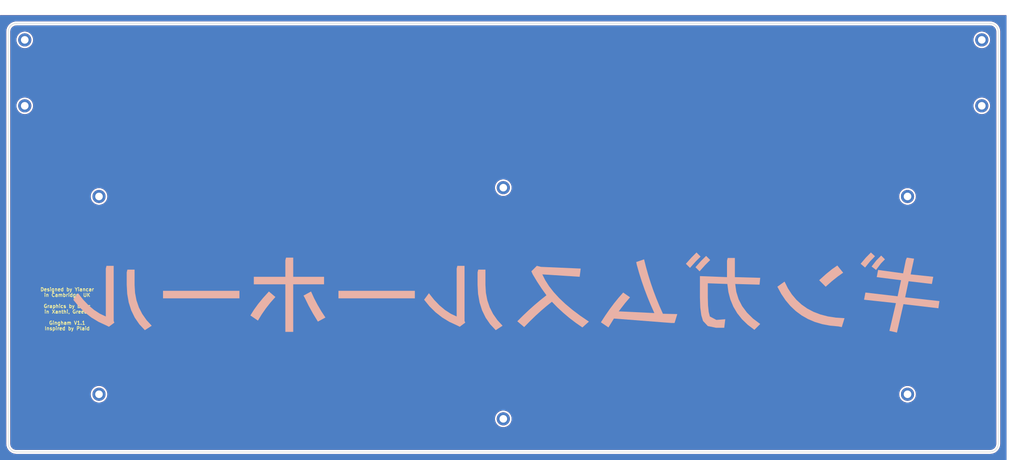
<source format=kicad_pcb>
(kicad_pcb (version 20171130) (host pcbnew "(5.1.0-0)")

  (general
    (thickness 1.6)
    (drawings 12)
    (tracks 0)
    (zones 0)
    (modules 11)
    (nets 1)
  )

  (page A3)
  (title_block
    (title "Gingham Bottom")
    (date 2019-04-18)
    (rev V1.0)
    (company "Yiancar Designs")
    (comment 1 "Inspired by Plaid")
  )

  (layers
    (0 F.Cu signal)
    (31 B.Cu signal)
    (32 B.Adhes user)
    (33 F.Adhes user)
    (34 B.Paste user)
    (35 F.Paste user)
    (36 B.SilkS user)
    (37 F.SilkS user)
    (38 B.Mask user)
    (39 F.Mask user)
    (40 Dwgs.User user)
    (41 Cmts.User user)
    (42 Eco1.User user)
    (43 Eco2.User user)
    (44 Edge.Cuts user)
    (45 Margin user)
    (46 B.CrtYd user)
    (47 F.CrtYd user)
    (48 B.Fab user)
    (49 F.Fab user)
  )

  (setup
    (last_trace_width 0.3)
    (user_trace_width 0.25)
    (user_trace_width 0.6)
    (user_trace_width 0.8)
    (trace_clearance 0.3)
    (zone_clearance 0.508)
    (zone_45_only yes)
    (trace_min 0.15)
    (via_size 1)
    (via_drill 0.6)
    (via_min_size 0.4)
    (via_min_drill 0.3)
    (user_via 1.7 1)
    (uvia_size 0.3)
    (uvia_drill 0.1)
    (uvias_allowed no)
    (uvia_min_size 0.2)
    (uvia_min_drill 0.1)
    (edge_width 0.15)
    (segment_width 0.2)
    (pcb_text_width 0.2)
    (pcb_text_size 1 1)
    (mod_edge_width 0.15)
    (mod_text_size 1 1)
    (mod_text_width 0.15)
    (pad_size 3.8 3.8)
    (pad_drill 2.2)
    (pad_to_mask_clearance 0.2)
    (solder_mask_min_width 0.2)
    (aux_axis_origin 50 50)
    (grid_origin 50 50)
    (visible_elements 7FFFFFFF)
    (pcbplotparams
      (layerselection 0x010f0_ffffffff)
      (usegerberextensions true)
      (usegerberattributes false)
      (usegerberadvancedattributes false)
      (creategerberjobfile false)
      (excludeedgelayer true)
      (linewidth 0.100000)
      (plotframeref false)
      (viasonmask false)
      (mode 1)
      (useauxorigin false)
      (hpglpennumber 1)
      (hpglpenspeed 20)
      (hpglpendiameter 15.000000)
      (psnegative false)
      (psa4output false)
      (plotreference true)
      (plotvalue true)
      (plotinvisibletext false)
      (padsonsilk false)
      (subtractmaskfromsilk false)
      (outputformat 1)
      (mirror false)
      (drillshape 0)
      (scaleselection 1)
      (outputdirectory "gerbers/back/"))
  )

  (net 0 "")

  (net_class Default "これはデフォルトのネット クラスです。"
    (clearance 0.3)
    (trace_width 0.3)
    (via_dia 1)
    (via_drill 0.6)
    (uvia_dia 0.3)
    (uvia_drill 0.1)
  )

  (net_class Power ""
    (clearance 0.3)
    (trace_width 0.8)
    (via_dia 1.2)
    (via_drill 0.8)
    (uvia_dia 0.3)
    (uvia_drill 0.1)
  )

  (module tartan:gingham_katakana (layer B.Cu) (tedit 5CEEE695) (tstamp 5CEF393F)
    (at 189 123 180)
    (descr "Imported from /Users/yiangosyiangou/Downloads/drawing.svg")
    (tags svg2mod)
    (attr smd)
    (fp_text reference svg2mod (at 0 14.618412 180) (layer B.SilkS) hide
      (effects (font (size 1.524 1.524) (thickness 0.3048)) (justify mirror))
    )
    (fp_text value G*** (at 0 -14.618412 180) (layer B.SilkS) hide
      (effects (font (size 1.524 1.524) (thickness 0.3048)) (justify mirror))
    )
    (fp_poly (pts (xy 102.35364 -9.592564) (xy 103.864496 -7.947104) (xy 105.100651 -6.175281) (xy 106.062105 -4.277096)
      (xy 106.748857 -2.252549) (xy 107.160909 -0.101639) (xy 107.29826 2.175634) (xy 107.29826 6.625792)
      (xy 109.375 6.625792) (xy 109.57278 5.834653) (xy 109.57278 2.274526) (xy 109.427188 -0.398316)
      (xy 108.990414 -2.878868) (xy 108.262457 -5.167128) (xy 107.243317 -7.263098) (xy 105.932995 -9.166776)
      (xy 104.33149 -10.878165) (xy 102.35364 -9.592564)) (layer B.SilkS) (width 0))
    (fp_poly (pts (xy 115.60522 -6.922469) (xy 117.318037 -6.115506) (xy 118.975474 -5.039557) (xy 120.57753 -3.69462)
      (xy 122.124205 -2.080696) (xy 123.6155 -0.197785) (xy 125 -2.076741) (xy 123.417722 -4.018987)
      (xy 121.677216 -5.731804) (xy 119.778482 -7.21519) (xy 117.72152 -8.469145) (xy 115.50633 -9.493671)
      (xy 114.71519 -9.889241) (xy 113.13291 -8.702532) (xy 113.33069 -8.20807) (xy 113.33069 7.713608)
      (xy 115.40744 7.713608) (xy 115.60522 6.922469) (xy 115.60522 -6.922469)) (layer B.SilkS) (width 0))
    (fp_poly (pts (xy 77.03719 -1.681171) (xy 77.03719 0.494463) (xy 99.09019 0.494463) (xy 99.09019 -1.681171)
      (xy 77.03719 -1.681171)) (layer B.SilkS) (width 0))
    (fp_poly (pts (xy 71.697 -8.109177) (xy 70.603003 -6.310571) (xy 69.397752 -4.573773) (xy 68.081248 -2.898783)
      (xy 66.65349 -1.285601) (xy 68.53244 0.296678) (xy 70.20125 -1.545193) (xy 71.647552 -3.312895)
      (xy 72.871345 -5.006427) (xy 73.87263 -6.625791) (xy 71.697 -8.109177)) (layer B.SilkS) (width 0))
    (fp_poly (pts (xy 61.51108 10.087026) (xy 63.58782 10.087026) (xy 63.78561 9.295887) (xy 63.78561 4.549051)
      (xy 72.88371 4.549051) (xy 72.88371 2.373419) (xy 63.78561 2.373419) (xy 63.78561 -11.372627)
      (xy 61.51108 -11.372627) (xy 61.51108 2.373419) (xy 52.61077 2.373419) (xy 52.61077 4.549051)
      (xy 61.51108 4.549051) (xy 61.51108 10.087026)) (layer B.SilkS) (width 0))
    (fp_poly (pts (xy 58.14874 -1.582279) (xy 57.07191 -3.790875) (xy 55.819273 -6.065401) (xy 54.39083 -8.405855)
      (xy 52.2152 -7.219146) (xy 53.401908 -5.414359) (xy 54.489725 -3.560126) (xy 55.478648 -1.656447)
      (xy 56.36868 0.296678) (xy 58.54431 -0.890032) (xy 58.14874 -1.582279)) (layer B.SilkS) (width 0))
    (fp_poly (pts (xy 26.40428 -1.681171) (xy 26.40428 0.494463) (xy 48.45729 0.494463) (xy 48.45729 -1.681171)
      (xy 26.40428 -1.681171)) (layer B.SilkS) (width 0))
    (fp_poly (pts (xy 1.08781 -9.592564) (xy 2.598666 -7.947104) (xy 3.834821 -6.175281) (xy 4.796275 -4.277096)
      (xy 5.483027 -2.252549) (xy 5.895079 -0.101639) (xy 6.03243 2.175634) (xy 6.03243 6.625792)
      (xy 8.10918 6.625792) (xy 8.30696 5.834653) (xy 8.30696 2.274526) (xy 8.161368 -0.398316)
      (xy 7.724593 -2.878868) (xy 6.996635 -5.167128) (xy 5.977493 -7.263098) (xy 4.667168 -9.166776)
      (xy 3.06566 -10.878165) (xy 1.08781 -9.592564)) (layer B.SilkS) (width 0))
    (fp_poly (pts (xy 14.3394 -6.922469) (xy 16.052214 -6.115506) (xy 17.709649 -5.039557) (xy 19.311705 -3.69462)
      (xy 20.858382 -2.080696) (xy 22.34968 -0.197785) (xy 23.73418 -2.076741) (xy 22.151898 -4.018987)
      (xy 20.411389 -5.731804) (xy 18.512653 -7.21519) (xy 16.45569 -8.469145) (xy 14.2405 -9.493671)
      (xy 13.44936 -9.889241) (xy 11.86709 -8.702532) (xy 12.06487 -8.20807) (xy 12.06487 7.713608)
      (xy 14.14161 7.713608) (xy 14.3394 6.922469) (xy 14.3394 -6.922469)) (layer B.SilkS) (width 0))
    (fp_poly (pts (xy -11.570411 -0.791139) (xy -9.873418 -2.136075) (xy -8.184337 -3.560126) (xy -6.503167 -5.063291)
      (xy -4.829908 -6.645569) (xy -3.164561 -8.306962) (xy -5.142401 -9.988133) (xy -6.791926 -8.303006)
      (xy -8.417717 -6.728639) (xy -10.019775 -5.265031) (xy -11.5981 -3.912183) (xy -13.152691 -2.670095)
      (xy -14.738923 -4.295886) (xy -16.412182 -5.850474) (xy -18.172466 -7.333861) (xy -20.019775 -8.746044)
      (xy -21.954111 -10.087026) (xy -23.833071 -8.405855) (xy -21.329855 -6.699961) (xy -19.06151 -4.994067)
      (xy -17.028034 -3.288173) (xy -15.229428 -1.582279) (xy -13.665692 0.123616) (xy -12.336825 1.82951)
      (xy -11.242828 3.535404) (xy -10.383701 5.241298) (xy -21.162971 4.549051) (xy -21.459651 6.922469)
      (xy -9.988131 7.416931) (xy -8.801421 7.713608) (xy -7.219141 6.13133) (xy -7.614711 5.241298)
      (xy -8.889326 3.120605) (xy -10.207893 1.109793) (xy -11.570411 -0.791139)) (layer B.SilkS) (width 0))
    (fp_poly (pts (xy -49.347306 -6.230222) (xy -45.193825 -6.131332) (xy -44.210956 -3.921389) (xy -43.296706 -1.699337)
      (xy -42.451075 0.534824) (xy -41.674063 2.781094) (xy -40.96567 5.039473) (xy -40.325896 7.309962)
      (xy -39.754741 9.592561) (xy -37.480221 8.801422) (xy -37.678001 7.91139) (xy -38.340031 5.57643)
      (xy -39.073484 3.252458) (xy -39.878358 0.939475) (xy -40.754654 -1.362521) (xy -41.702371 -3.653528)
      (xy -42.721511 -5.933548) (xy -32.436701 -5.439086) (xy -34.290933 -3.040944) (xy -35.700151 -1.384497)
      (xy -33.722301 -0.000003) (xy -32.389232 -1.515034) (xy -31.079897 -3.132914) (xy -29.794297 -4.853642)
      (xy -28.532432 -6.677218) (xy -27.294301 -8.603643) (xy -29.469931 -10.087029) (xy -31.052211 -7.515826)
      (xy -47.666135 -8.801427) (xy -48.556167 -8.801427) (xy -49.347306 -6.230222)) (layer B.SilkS) (width 0))
    (fp_poly (pts (xy -53.006329 7.120254) (xy -54.662776 8.974486) (xy -56.071993 10.383703) (xy -54.885284 11.570412)
      (xy -53.426621 10.111749) (xy -51.81962 8.306962) (xy -53.006329 7.120254)) (layer B.SilkS) (width 0))
    (fp_poly (pts (xy -55.775316 6.13133) (xy -57.382317 7.936116) (xy -58.840981 9.394779) (xy -57.654272 10.581488)
      (xy -56.195608 9.122825) (xy -54.588607 7.318039) (xy -55.775316 6.13133)) (layer B.SilkS) (width 0))
    (fp_poly (pts (xy -63.686709 4.450159) (xy -55.874209 4.746836) (xy -55.874209 -1.384494) (xy -55.973101 -4.296326)
      (xy -56.269778 -6.570851) (xy -56.76424 -8.20807) (xy -58.148734 -9.691456) (xy -60.522152 -10.185918)
      (xy -62.895569 -10.185918) (xy -63.192247 -7.713608) (xy -60.621044 -7.911393) (xy -58.742088 -6.922469)
      (xy -58.412446 -5.603903) (xy -58.214662 -3.757911) (xy -58.148734 -1.384494) (xy -58.148734 2.670096)
      (xy -63.785601 2.472311) (xy -64.09035 0.143293) (xy -64.665541 -2.040413) (xy -65.511172 -4.078807)
      (xy -66.627243 -5.97189) (xy -68.013755 -7.719662) (xy -69.670708 -9.322122) (xy -71.598101 -10.779272)
      (xy -73.279272 -9.098102) (xy -71.183302 -7.513076) (xy -69.444444 -5.7907) (xy -68.062697 -3.930973)
      (xy -67.038062 -1.933896) (xy -66.370538 0.200532) (xy -66.060126 2.472311) (xy -73.081487 2.274526)
      (xy -73.279272 4.252374) (xy -65.961234 4.450159) (xy -65.961234 9.988134) (xy -63.884493 9.988134)
      (xy -63.686709 9.196995) (xy -63.686709 4.450159)) (layer B.SilkS) (width 0))
    (fp_poly (pts (xy -92.167721 1.681172) (xy -93.91482 3.230486) (xy -95.595991 4.582015) (xy -97.211234 5.73576)
      (xy -95.530063 7.812501) (xy -94.024701 6.768636) (xy -92.277602 5.351178) (xy -90.288766 3.560127)
      (xy -92.167721 1.681172)) (layer B.SilkS) (width 0))
    (fp_poly (pts (xy -78.223892 1.681172) (xy -79.343354 -0.391613) (xy -80.605221 -2.258702) (xy -82.009493 -3.920095)
      (xy -83.55617 -5.375791) (xy -85.245253 -6.625791) (xy -87.07674 -7.670095) (xy -89.050632 -8.508702)
      (xy -91.16693 -9.141613) (xy -93.425632 -9.568829) (xy -95.82674 -9.790348) (xy -96.815664 -9.988133)
      (xy -97.606804 -7.416931) (xy -95.119659 -7.257714) (xy -92.800633 -6.898734) (xy -90.649723 -6.339992)
      (xy -88.66693 -5.581487) (xy -86.852254 -4.62322) (xy -85.205696 -3.465189) (xy -83.727254 -2.107397)
      (xy -82.41693 -0.549841) (xy -81.274723 1.207477) (xy -80.300633 3.164558) (xy -78.223892 1.681172)) (layer B.SilkS) (width 0))
    (fp_poly (pts (xy -106.704905 6.5269) (xy -108.138845 8.430578) (xy -109.276108 9.592564) (xy -108.188291 10.680381)
      (xy -106.803797 9.295887) (xy -105.419304 7.515824) (xy -106.704905 6.5269)) (layer B.SilkS) (width 0))
    (fp_poly (pts (xy -105.221519 11.570412) (xy -103.738133 10.062303) (xy -102.254747 8.306962) (xy -103.540348 7.219146)
      (xy -104.999011 9.023933) (xy -106.408228 10.482596) (xy -105.221519 11.570412)) (layer B.SilkS) (width 0))
    (fp_poly (pts (xy -114.517405 5.537976) (xy -107.298259 6.5269) (xy -106.90269 4.450159) (xy -113.924051 3.560127)
      (xy -112.935127 -1.087817) (xy -103.63924 0.000001) (xy -103.243671 -2.076741) (xy -112.440665 -3.065665)
      (xy -110.561709 -11.07595) (xy -112.737342 -11.570412) (xy -114.616297 -3.362342) (xy -124.703323 -4.549051)
      (xy -125 -2.47231) (xy -115.11076 -1.384494) (xy -116.099684 3.26345) (xy -122.824367 2.472311)
      (xy -123.219937 4.549051) (xy -116.693038 5.241298) (xy -117.681962 9.790349) (xy -115.605222 10.087026)
      (xy -115.308544 9.394779) (xy -114.517405 5.537976)) (layer B.SilkS) (width 0))
  )

  (module MountingHole:MountingHole_2.2mm_M2_DIN965_Pad (layer F.Cu) (tedit 56D1B4CB) (tstamp 5CC20116)
    (at 71.43125 95.24375)
    (descr "Mounting Hole 2.2mm, M2, DIN965")
    (tags "mounting hole 2.2mm m2 din965")
    (path /5C0FAB2C)
    (attr virtual)
    (fp_text reference H5 (at 0 -2.9) (layer F.SilkS) hide
      (effects (font (size 1 1) (thickness 0.15)))
    )
    (fp_text value M2 (at 0 2.9) (layer F.Fab)
      (effects (font (size 1 1) (thickness 0.15)))
    )
    (fp_circle (center 0 0) (end 2.15 0) (layer F.CrtYd) (width 0.05))
    (fp_circle (center 0 0) (end 1.9 0) (layer Cmts.User) (width 0.15))
    (fp_text user %R (at 0.3 0) (layer F.Fab)
      (effects (font (size 1 1) (thickness 0.15)))
    )
    (pad 1 thru_hole circle (at 0 0) (size 3.8 3.8) (drill 2.2) (layers *.Cu *.Mask))
  )

  (module MountingHole:MountingHole_2.2mm_M2_DIN965_Pad (layer F.Cu) (tedit 56D1B4CB) (tstamp 5C08F846)
    (at 50 69.05)
    (descr "Mounting Hole 2.2mm, M2, DIN965")
    (tags "mounting hole 2.2mm m2 din965")
    (path /5C12253A)
    (attr virtual)
    (fp_text reference H4 (at 0 -2.9) (layer F.SilkS) hide
      (effects (font (size 1 1) (thickness 0.15)))
    )
    (fp_text value M2 (at 0 2.9) (layer F.Fab)
      (effects (font (size 1 1) (thickness 0.15)))
    )
    (fp_circle (center 0 0) (end 2.15 0) (layer F.CrtYd) (width 0.05))
    (fp_circle (center 0 0) (end 1.9 0) (layer Cmts.User) (width 0.15))
    (fp_text user %R (at 0.3 0) (layer F.Fab)
      (effects (font (size 1 1) (thickness 0.15)))
    )
    (pad 1 thru_hole circle (at 0 0) (size 3.8 3.8) (drill 2.2) (layers *.Cu *.Mask))
  )

  (module MountingHole:MountingHole_2.2mm_M2_DIN965_Pad (layer F.Cu) (tedit 56D1B4CB) (tstamp 5C08F83E)
    (at 50 50)
    (descr "Mounting Hole 2.2mm, M2, DIN965")
    (tags "mounting hole 2.2mm m2 din965")
    (path /5C0FAB26)
    (attr virtual)
    (fp_text reference H3 (at 0 -2.9) (layer F.SilkS) hide
      (effects (font (size 1 1) (thickness 0.15)))
    )
    (fp_text value M2 (at 0 2.9) (layer F.Fab)
      (effects (font (size 1 1) (thickness 0.15)))
    )
    (fp_circle (center 0 0) (end 2.15 0) (layer F.CrtYd) (width 0.05))
    (fp_circle (center 0 0) (end 1.9 0) (layer Cmts.User) (width 0.15))
    (fp_text user %R (at 0.3 0) (layer F.Fab)
      (effects (font (size 1 1) (thickness 0.15)))
    )
    (pad 1 thru_hole circle (at 0 0) (size 3.8 3.8) (drill 2.2) (layers *.Cu *.Mask))
  )

  (module MountingHole:MountingHole_2.2mm_M2_DIN965_Pad (layer F.Cu) (tedit 56D1B4CB) (tstamp 5C08F836)
    (at 326.225 69.05)
    (descr "Mounting Hole 2.2mm, M2, DIN965")
    (tags "mounting hole 2.2mm m2 din965")
    (path /5C13CC43)
    (attr virtual)
    (fp_text reference H2 (at 0 -2.9) (layer F.SilkS) hide
      (effects (font (size 1 1) (thickness 0.15)))
    )
    (fp_text value M2 (at 0 2.9) (layer F.Fab)
      (effects (font (size 1 1) (thickness 0.15)))
    )
    (fp_circle (center 0 0) (end 2.15 0) (layer F.CrtYd) (width 0.05))
    (fp_circle (center 0 0) (end 1.9 0) (layer Cmts.User) (width 0.15))
    (fp_text user %R (at 0.3 0) (layer F.Fab)
      (effects (font (size 1 1) (thickness 0.15)))
    )
    (pad 1 thru_hole circle (at 0 0) (size 3.8 3.8) (drill 2.2) (layers *.Cu *.Mask))
  )

  (module MountingHole:MountingHole_2.2mm_M2_DIN965_Pad (layer F.Cu) (tedit 56D1B4CB) (tstamp 5CB76F2F)
    (at 326.225 50)
    (descr "Mounting Hole 2.2mm, M2, DIN965")
    (tags "mounting hole 2.2mm m2 din965")
    (path /5C122533)
    (attr virtual)
    (fp_text reference H1 (at 0 -2.9) (layer F.SilkS) hide
      (effects (font (size 1 1) (thickness 0.15)))
    )
    (fp_text value M2 (at 0 2.9) (layer F.Fab)
      (effects (font (size 1 1) (thickness 0.15)))
    )
    (fp_circle (center 0 0) (end 2.15 0) (layer F.CrtYd) (width 0.05))
    (fp_circle (center 0 0) (end 1.9 0) (layer Cmts.User) (width 0.15))
    (fp_text user %R (at 0.3 0) (layer F.Fab)
      (effects (font (size 1 1) (thickness 0.15)))
    )
    (pad 1 thru_hole circle (at 0 0) (size 3.8 3.8) (drill 2.2) (layers *.Cu *.Mask))
  )

  (module MountingHole:MountingHole_2.2mm_M2_DIN965_Pad (layer F.Cu) (tedit 56D1B4CB) (tstamp 5CB7C68A)
    (at 71.43125 152.39375)
    (descr "Mounting Hole 2.2mm, M2, DIN965")
    (tags "mounting hole 2.2mm m2 din965")
    (path /5C0FAB2C)
    (attr virtual)
    (fp_text reference H6 (at 0 -2.9) (layer F.SilkS) hide
      (effects (font (size 1 1) (thickness 0.15)))
    )
    (fp_text value M2 (at 0 2.9) (layer F.Fab)
      (effects (font (size 1 1) (thickness 0.15)))
    )
    (fp_text user %R (at 0.3 0) (layer F.Fab)
      (effects (font (size 1 1) (thickness 0.15)))
    )
    (fp_circle (center 0 0) (end 1.9 0) (layer Cmts.User) (width 0.15))
    (fp_circle (center 0 0) (end 2.15 0) (layer F.CrtYd) (width 0.05))
    (pad 1 thru_hole circle (at 0 0) (size 3.8 3.8) (drill 2.2) (layers *.Cu *.Mask))
  )

  (module MountingHole:MountingHole_2.2mm_M2_DIN965_Pad (layer F.Cu) (tedit 56D1B4CB) (tstamp 5CB7C692)
    (at 304.79375 95.24375)
    (descr "Mounting Hole 2.2mm, M2, DIN965")
    (tags "mounting hole 2.2mm m2 din965")
    (path /5C122541)
    (attr virtual)
    (fp_text reference H7 (at 0 -2.9) (layer F.SilkS) hide
      (effects (font (size 1 1) (thickness 0.15)))
    )
    (fp_text value M2 (at 0 2.9) (layer F.Fab)
      (effects (font (size 1 1) (thickness 0.15)))
    )
    (fp_circle (center 0 0) (end 2.15 0) (layer F.CrtYd) (width 0.05))
    (fp_circle (center 0 0) (end 1.9 0) (layer Cmts.User) (width 0.15))
    (fp_text user %R (at 0.3 0) (layer F.Fab)
      (effects (font (size 1 1) (thickness 0.15)))
    )
    (pad 1 thru_hole circle (at 0 0) (size 3.8 3.8) (drill 2.2) (layers *.Cu *.Mask))
  )

  (module MountingHole:MountingHole_2.2mm_M2_DIN965_Pad (layer F.Cu) (tedit 56D1B4CB) (tstamp 5CB7C69A)
    (at 304.79375 152.39375)
    (descr "Mounting Hole 2.2mm, M2, DIN965")
    (tags "mounting hole 2.2mm m2 din965")
    (path /5C13CC51)
    (attr virtual)
    (fp_text reference H8 (at 0 -2.9) (layer F.SilkS) hide
      (effects (font (size 1 1) (thickness 0.15)))
    )
    (fp_text value M2 (at 0 2.9) (layer F.Fab)
      (effects (font (size 1 1) (thickness 0.15)))
    )
    (fp_text user %R (at 0.3 0) (layer F.Fab)
      (effects (font (size 1 1) (thickness 0.15)))
    )
    (fp_circle (center 0 0) (end 1.9 0) (layer Cmts.User) (width 0.15))
    (fp_circle (center 0 0) (end 2.15 0) (layer F.CrtYd) (width 0.05))
    (pad 1 thru_hole circle (at 0 0) (size 3.8 3.8) (drill 2.2) (layers *.Cu *.Mask))
  )

  (module MountingHole:MountingHole_2.2mm_M2_DIN965_Pad (layer F.Cu) (tedit 56D1B4CB) (tstamp 5CB7C6A2)
    (at 188.125 92.7)
    (descr "Mounting Hole 2.2mm, M2, DIN965")
    (tags "mounting hole 2.2mm m2 din965")
    (path /5C122548)
    (attr virtual)
    (fp_text reference H9 (at 0 -2.9) (layer F.SilkS) hide
      (effects (font (size 1 1) (thickness 0.15)))
    )
    (fp_text value M2 (at 0 2.9) (layer F.Fab)
      (effects (font (size 1 1) (thickness 0.15)))
    )
    (fp_text user %R (at 0.3 0) (layer F.Fab)
      (effects (font (size 1 1) (thickness 0.15)))
    )
    (fp_circle (center 0 0) (end 1.9 0) (layer Cmts.User) (width 0.15))
    (fp_circle (center 0 0) (end 2.15 0) (layer F.CrtYd) (width 0.05))
    (pad 1 thru_hole circle (at 0 0) (size 3.8 3.8) (drill 2.2) (layers *.Cu *.Mask))
  )

  (module MountingHole:MountingHole_2.2mm_M2_DIN965_Pad (layer F.Cu) (tedit 56D1B4CB) (tstamp 5CB7C6AA)
    (at 188.125 159.5)
    (descr "Mounting Hole 2.2mm, M2, DIN965")
    (tags "mounting hole 2.2mm m2 din965")
    (path /5C13CC58)
    (attr virtual)
    (fp_text reference H10 (at 0 -2.9) (layer F.SilkS) hide
      (effects (font (size 1 1) (thickness 0.15)))
    )
    (fp_text value M2 (at 0 2.9) (layer F.Fab)
      (effects (font (size 1 1) (thickness 0.15)))
    )
    (fp_circle (center 0 0) (end 2.15 0) (layer F.CrtYd) (width 0.05))
    (fp_circle (center 0 0) (end 1.9 0) (layer Cmts.User) (width 0.15))
    (fp_text user %R (at 0.3 0) (layer F.Fab)
      (effects (font (size 1 1) (thickness 0.15)))
    )
    (pad 1 thru_hole circle (at 0 0) (size 3.8 3.8) (drill 2.2) (layers *.Cu *.Mask))
  )

  (dimension 57.15 (width 0.15) (layer B.Fab)
    (gr_text "57.150 mm" (at 91.78125 123.81875 270) (layer B.Fab)
      (effects (font (size 1 1) (thickness 0.15)))
    )
    (feature1 (pts (xy 71.43125 152.39375) (xy 91.067671 152.39375)))
    (feature2 (pts (xy 71.43125 95.24375) (xy 91.067671 95.24375)))
    (crossbar (pts (xy 90.48125 95.24375) (xy 90.48125 152.39375)))
    (arrow1a (pts (xy 90.48125 152.39375) (xy 89.894829 151.267246)))
    (arrow1b (pts (xy 90.48125 152.39375) (xy 91.067671 151.267246)))
    (arrow2a (pts (xy 90.48125 95.24375) (xy 89.894829 96.370254)))
    (arrow2b (pts (xy 90.48125 95.24375) (xy 91.067671 96.370254)))
  )
  (gr_text "Designed by Yiancar\nin Cambridge, UK\n\nGraphics by Blerc\nin Xanthi, Greece\n\nGingham V1.1\nInspired by Plaid" (at 62.25 127.75) (layer F.SilkS)
    (effects (font (size 1 1) (thickness 0.2)))
  )
  (dimension 285.75 (width 0.15) (layer B.Fab)
    (gr_text "285.750 mm" (at 188.1125 39.175) (layer B.Fab)
      (effects (font (size 1 1) (thickness 0.15)))
    )
    (feature1 (pts (xy 330.9875 47.61875) (xy 330.9875 39.888579)))
    (feature2 (pts (xy 45.2375 47.61875) (xy 45.2375 39.888579)))
    (crossbar (pts (xy 45.2375 40.475) (xy 330.9875 40.475)))
    (arrow1a (pts (xy 330.9875 40.475) (xy 329.860996 41.061421)))
    (arrow1b (pts (xy 330.9875 40.475) (xy 329.860996 39.888579)))
    (arrow2a (pts (xy 45.2375 40.475) (xy 46.364004 41.061421)))
    (arrow2b (pts (xy 45.2375 40.475) (xy 46.364004 39.888579)))
  )
  (gr_line (start 328.60625 45.2375) (end 47.61875 45.2375) (layer Edge.Cuts) (width 0.15))
  (dimension 123.825 (width 0.15) (layer B.Fab)
    (gr_text "123.825 mm" (at 337.05 107.15 270) (layer B.Fab)
      (effects (font (size 1 1) (thickness 0.15)))
    )
    (feature1 (pts (xy 328.60625 169.0625) (xy 336.336421 169.0625)))
    (feature2 (pts (xy 328.60625 45.2375) (xy 336.336421 45.2375)))
    (crossbar (pts (xy 335.75 45.2375) (xy 335.75 169.0625)))
    (arrow1a (pts (xy 335.75 169.0625) (xy 335.163579 167.935996)))
    (arrow1b (pts (xy 335.75 169.0625) (xy 336.336421 167.935996)))
    (arrow2a (pts (xy 335.75 45.2375) (xy 335.163579 46.364004)))
    (arrow2b (pts (xy 335.75 45.2375) (xy 336.336421 46.364004)))
  )
  (gr_arc (start 47.61875 47.61875) (end 47.61875 45.2375) (angle -90) (layer Edge.Cuts) (width 0.15) (tstamp 5CB96740))
  (gr_arc (start 328.60625 47.61875) (end 330.9875 47.61875) (angle -90) (layer Edge.Cuts) (width 0.15) (tstamp 5CB96734))
  (gr_arc (start 328.60625 166.68125) (end 328.60625 169.0625) (angle -90) (layer Edge.Cuts) (width 0.15) (tstamp 5CB8056C))
  (gr_arc (start 47.61875 166.68125) (end 45.2375 166.68125) (angle -90) (layer Edge.Cuts) (width 0.15))
  (gr_line (start 45.2375 47.61875) (end 45.2375 166.68125) (layer Edge.Cuts) (width 0.15) (tstamp 5CB7FDDD))
  (gr_line (start 330.9875 166.68125) (end 330.9875 47.61875) (layer Edge.Cuts) (width 0.15))
  (gr_line (start 47.61875 169.0625) (end 328.60625 169.0625) (layer Edge.Cuts) (width 0.15))

  (zone (net 0) (net_name "") (layer B.Cu) (tstamp 5CC1F65B) (hatch edge 0.508)
    (connect_pads (clearance 0.508))
    (min_thickness 0.254)
    (fill yes (arc_segments 32) (thermal_gap 0.508) (thermal_bridge_width 0.508))
    (polygon
      (pts
        (xy 42.85625 171.44375) (xy 42.85625 42.85625) (xy 333.36875 42.85625) (xy 333.36875 171.44375)
      )
    )
    (filled_polygon
      (pts
        (xy 333.24175 171.31675) (xy 42.98325 171.31675) (xy 42.98325 47.583874) (xy 44.5275 47.583874) (xy 44.527501 166.716127)
        (xy 44.530583 166.747423) (xy 44.53048 166.762223) (xy 44.531447 166.772089) (xy 44.580025 167.234282) (xy 44.592966 167.297326)
        (xy 44.605023 167.36053) (xy 44.607888 167.37002) (xy 44.745316 167.813974) (xy 44.77023 167.873242) (xy 44.794358 167.932961)
        (xy 44.799012 167.941714) (xy 45.020053 168.350521) (xy 45.056038 168.40387) (xy 45.091274 168.457718) (xy 45.09754 168.4654)
        (xy 45.393776 168.823487) (xy 45.439431 168.868823) (xy 45.48446 168.914806) (xy 45.492098 168.921125) (xy 45.852244 169.214853)
        (xy 45.90586 169.250476) (xy 45.958942 169.286822) (xy 45.967654 169.291533) (xy 45.967659 169.291536) (xy 45.967664 169.291538)
        (xy 46.378002 169.509718) (xy 46.437472 169.53423) (xy 46.496644 169.559591) (xy 46.506114 169.562522) (xy 46.951016 169.696846)
        (xy 47.014154 169.709347) (xy 47.077086 169.722724) (xy 47.086945 169.72376) (xy 47.548959 169.769061) (xy 47.583873 169.7725)
        (xy 328.641127 169.7725) (xy 328.672432 169.769417) (xy 328.687223 169.76952) (xy 328.697089 169.768553) (xy 329.159282 169.719975)
        (xy 329.222326 169.707034) (xy 329.28553 169.694977) (xy 329.29502 169.692112) (xy 329.738974 169.554684) (xy 329.798242 169.52977)
        (xy 329.857961 169.505642) (xy 329.866714 169.500988) (xy 330.275521 169.279947) (xy 330.32887 169.243962) (xy 330.382718 169.208726)
        (xy 330.3904 169.20246) (xy 330.748487 168.906224) (xy 330.793823 168.860569) (xy 330.839806 168.81554) (xy 330.846125 168.807902)
        (xy 331.139853 168.447756) (xy 331.175476 168.39414) (xy 331.211822 168.341058) (xy 331.216533 168.332346) (xy 331.216536 168.332341)
        (xy 331.216538 168.332336) (xy 331.434718 167.921998) (xy 331.45923 167.862528) (xy 331.484591 167.803356) (xy 331.487522 167.793886)
        (xy 331.621846 167.348984) (xy 331.634347 167.285846) (xy 331.647724 167.222914) (xy 331.64876 167.213055) (xy 331.694111 166.750535)
        (xy 331.6975 166.716127) (xy 331.6975 47.583873) (xy 331.694417 47.552568) (xy 331.69452 47.537778) (xy 331.693553 47.527912)
        (xy 331.644975 47.065718) (xy 331.632034 47.002674) (xy 331.619977 46.93947) (xy 331.617112 46.92998) (xy 331.479685 46.486026)
        (xy 331.454757 46.426725) (xy 331.430642 46.367039) (xy 331.425988 46.358286) (xy 331.204947 45.949479) (xy 331.168961 45.896128)
        (xy 331.133726 45.842283) (xy 331.12746 45.834601) (xy 330.831224 45.476513) (xy 330.785553 45.43116) (xy 330.74054 45.385194)
        (xy 330.732901 45.378875) (xy 330.372756 45.085146) (xy 330.319178 45.049549) (xy 330.266058 45.013177) (xy 330.257338 45.008463)
        (xy 329.846998 44.790282) (xy 329.787516 44.765765) (xy 329.728356 44.740409) (xy 329.718886 44.737478) (xy 329.273983 44.603154)
        (xy 329.210853 44.590654) (xy 329.147914 44.577276) (xy 329.138055 44.57624) (xy 328.676266 44.530961) (xy 328.641127 44.5275)
        (xy 47.583873 44.5275) (xy 47.552568 44.530583) (xy 47.537778 44.53048) (xy 47.527912 44.531447) (xy 47.065718 44.580025)
        (xy 47.002674 44.592966) (xy 46.93947 44.605023) (xy 46.92998 44.607888) (xy 46.486026 44.745315) (xy 46.426725 44.770243)
        (xy 46.367039 44.794358) (xy 46.358286 44.799012) (xy 45.949479 45.020053) (xy 45.896128 45.056039) (xy 45.842283 45.091274)
        (xy 45.834601 45.09754) (xy 45.476513 45.393776) (xy 45.43116 45.439447) (xy 45.385194 45.48446) (xy 45.378875 45.492099)
        (xy 45.085146 45.852244) (xy 45.049549 45.905822) (xy 45.013177 45.958942) (xy 45.008463 45.967662) (xy 44.790282 46.378002)
        (xy 44.765765 46.437484) (xy 44.740409 46.496644) (xy 44.737478 46.506114) (xy 44.603154 46.951017) (xy 44.590654 47.014147)
        (xy 44.577276 47.077086) (xy 44.57624 47.086945) (xy 44.530939 47.54896) (xy 44.5275 47.583874) (xy 42.98325 47.583874)
        (xy 42.98325 42.98325) (xy 333.24175 42.98325)
      )
    )
    (filled_polygon
      (pts
        (xy 328.930201 45.982668) (xy 329.241819 46.076752) (xy 329.52922 46.229565) (xy 329.781468 46.435293) (xy 329.988956 46.686103)
        (xy 330.143775 46.972435) (xy 330.240029 47.283379) (xy 330.277501 47.639901) (xy 330.2775 166.646529) (xy 330.242332 167.005201)
        (xy 330.148249 167.316818) (xy 329.995434 167.604222) (xy 329.789703 167.856472) (xy 329.538897 168.063956) (xy 329.252566 168.218775)
        (xy 328.941617 168.31503) (xy 328.585109 168.3525) (xy 47.653471 168.3525) (xy 47.294799 168.317332) (xy 46.983182 168.223249)
        (xy 46.695778 168.070434) (xy 46.443528 167.864703) (xy 46.236044 167.613897) (xy 46.081225 167.327566) (xy 45.98497 167.016617)
        (xy 45.9475 166.660109) (xy 45.9475 159.250324) (xy 185.59 159.250324) (xy 185.59 159.749676) (xy 185.687418 160.239432)
        (xy 185.878512 160.700773) (xy 186.155937 161.115968) (xy 186.509032 161.469063) (xy 186.924227 161.746488) (xy 187.385568 161.937582)
        (xy 187.875324 162.035) (xy 188.374676 162.035) (xy 188.864432 161.937582) (xy 189.325773 161.746488) (xy 189.740968 161.469063)
        (xy 190.094063 161.115968) (xy 190.371488 160.700773) (xy 190.562582 160.239432) (xy 190.66 159.749676) (xy 190.66 159.250324)
        (xy 190.562582 158.760568) (xy 190.371488 158.299227) (xy 190.094063 157.884032) (xy 189.740968 157.530937) (xy 189.325773 157.253512)
        (xy 188.864432 157.062418) (xy 188.374676 156.965) (xy 187.875324 156.965) (xy 187.385568 157.062418) (xy 186.924227 157.253512)
        (xy 186.509032 157.530937) (xy 186.155937 157.884032) (xy 185.878512 158.299227) (xy 185.687418 158.760568) (xy 185.59 159.250324)
        (xy 45.9475 159.250324) (xy 45.9475 152.144074) (xy 68.89625 152.144074) (xy 68.89625 152.643426) (xy 68.993668 153.133182)
        (xy 69.184762 153.594523) (xy 69.462187 154.009718) (xy 69.815282 154.362813) (xy 70.230477 154.640238) (xy 70.691818 154.831332)
        (xy 71.181574 154.92875) (xy 71.680926 154.92875) (xy 72.170682 154.831332) (xy 72.632023 154.640238) (xy 73.047218 154.362813)
        (xy 73.400313 154.009718) (xy 73.677738 153.594523) (xy 73.868832 153.133182) (xy 73.96625 152.643426) (xy 73.96625 152.144074)
        (xy 302.25875 152.144074) (xy 302.25875 152.643426) (xy 302.356168 153.133182) (xy 302.547262 153.594523) (xy 302.824687 154.009718)
        (xy 303.177782 154.362813) (xy 303.592977 154.640238) (xy 304.054318 154.831332) (xy 304.544074 154.92875) (xy 305.043426 154.92875)
        (xy 305.533182 154.831332) (xy 305.994523 154.640238) (xy 306.409718 154.362813) (xy 306.762813 154.009718) (xy 307.040238 153.594523)
        (xy 307.231332 153.133182) (xy 307.32875 152.643426) (xy 307.32875 152.144074) (xy 307.231332 151.654318) (xy 307.040238 151.192977)
        (xy 306.762813 150.777782) (xy 306.409718 150.424687) (xy 305.994523 150.147262) (xy 305.533182 149.956168) (xy 305.043426 149.85875)
        (xy 304.544074 149.85875) (xy 304.054318 149.956168) (xy 303.592977 150.147262) (xy 303.177782 150.424687) (xy 302.824687 150.777782)
        (xy 302.547262 151.192977) (xy 302.356168 151.654318) (xy 302.25875 152.144074) (xy 73.96625 152.144074) (xy 73.868832 151.654318)
        (xy 73.677738 151.192977) (xy 73.400313 150.777782) (xy 73.047218 150.424687) (xy 72.632023 150.147262) (xy 72.170682 149.956168)
        (xy 71.680926 149.85875) (xy 71.181574 149.85875) (xy 70.691818 149.956168) (xy 70.230477 150.147262) (xy 69.815282 150.424687)
        (xy 69.462187 150.777782) (xy 69.184762 151.192977) (xy 68.993668 151.654318) (xy 68.89625 152.144074) (xy 45.9475 152.144074)
        (xy 45.9475 94.994074) (xy 68.89625 94.994074) (xy 68.89625 95.493426) (xy 68.993668 95.983182) (xy 69.184762 96.444523)
        (xy 69.462187 96.859718) (xy 69.815282 97.212813) (xy 70.230477 97.490238) (xy 70.691818 97.681332) (xy 71.181574 97.77875)
        (xy 71.680926 97.77875) (xy 72.170682 97.681332) (xy 72.632023 97.490238) (xy 73.047218 97.212813) (xy 73.400313 96.859718)
        (xy 73.677738 96.444523) (xy 73.868832 95.983182) (xy 73.96625 95.493426) (xy 73.96625 94.994074) (xy 73.868832 94.504318)
        (xy 73.677738 94.042977) (xy 73.400313 93.627782) (xy 73.047218 93.274687) (xy 72.632023 92.997262) (xy 72.170682 92.806168)
        (xy 71.680926 92.70875) (xy 71.181574 92.70875) (xy 70.691818 92.806168) (xy 70.230477 92.997262) (xy 69.815282 93.274687)
        (xy 69.462187 93.627782) (xy 69.184762 94.042977) (xy 68.993668 94.504318) (xy 68.89625 94.994074) (xy 45.9475 94.994074)
        (xy 45.9475 92.450324) (xy 185.59 92.450324) (xy 185.59 92.949676) (xy 185.687418 93.439432) (xy 185.878512 93.900773)
        (xy 186.155937 94.315968) (xy 186.509032 94.669063) (xy 186.924227 94.946488) (xy 187.385568 95.137582) (xy 187.875324 95.235)
        (xy 188.374676 95.235) (xy 188.864432 95.137582) (xy 189.21089 94.994074) (xy 302.25875 94.994074) (xy 302.25875 95.493426)
        (xy 302.356168 95.983182) (xy 302.547262 96.444523) (xy 302.824687 96.859718) (xy 303.177782 97.212813) (xy 303.592977 97.490238)
        (xy 304.054318 97.681332) (xy 304.544074 97.77875) (xy 305.043426 97.77875) (xy 305.533182 97.681332) (xy 305.994523 97.490238)
        (xy 306.409718 97.212813) (xy 306.762813 96.859718) (xy 307.040238 96.444523) (xy 307.231332 95.983182) (xy 307.32875 95.493426)
        (xy 307.32875 94.994074) (xy 307.231332 94.504318) (xy 307.040238 94.042977) (xy 306.762813 93.627782) (xy 306.409718 93.274687)
        (xy 305.994523 92.997262) (xy 305.533182 92.806168) (xy 305.043426 92.70875) (xy 304.544074 92.70875) (xy 304.054318 92.806168)
        (xy 303.592977 92.997262) (xy 303.177782 93.274687) (xy 302.824687 93.627782) (xy 302.547262 94.042977) (xy 302.356168 94.504318)
        (xy 302.25875 94.994074) (xy 189.21089 94.994074) (xy 189.325773 94.946488) (xy 189.740968 94.669063) (xy 190.094063 94.315968)
        (xy 190.371488 93.900773) (xy 190.562582 93.439432) (xy 190.66 92.949676) (xy 190.66 92.450324) (xy 190.562582 91.960568)
        (xy 190.371488 91.499227) (xy 190.094063 91.084032) (xy 189.740968 90.730937) (xy 189.325773 90.453512) (xy 188.864432 90.262418)
        (xy 188.374676 90.165) (xy 187.875324 90.165) (xy 187.385568 90.262418) (xy 186.924227 90.453512) (xy 186.509032 90.730937)
        (xy 186.155937 91.084032) (xy 185.878512 91.499227) (xy 185.687418 91.960568) (xy 185.59 92.450324) (xy 45.9475 92.450324)
        (xy 45.9475 68.800324) (xy 47.465 68.800324) (xy 47.465 69.299676) (xy 47.562418 69.789432) (xy 47.753512 70.250773)
        (xy 48.030937 70.665968) (xy 48.384032 71.019063) (xy 48.799227 71.296488) (xy 49.260568 71.487582) (xy 49.750324 71.585)
        (xy 50.249676 71.585) (xy 50.739432 71.487582) (xy 51.200773 71.296488) (xy 51.615968 71.019063) (xy 51.969063 70.665968)
        (xy 52.246488 70.250773) (xy 52.437582 69.789432) (xy 52.535 69.299676) (xy 52.535 68.800324) (xy 323.69 68.800324)
        (xy 323.69 69.299676) (xy 323.787418 69.789432) (xy 323.978512 70.250773) (xy 324.255937 70.665968) (xy 324.609032 71.019063)
        (xy 325.024227 71.296488) (xy 325.485568 71.487582) (xy 325.975324 71.585) (xy 326.474676 71.585) (xy 326.964432 71.487582)
        (xy 327.425773 71.296488) (xy 327.840968 71.019063) (xy 328.194063 70.665968) (xy 328.471488 70.250773) (xy 328.662582 69.789432)
        (xy 328.76 69.299676) (xy 328.76 68.800324) (xy 328.662582 68.310568) (xy 328.471488 67.849227) (xy 328.194063 67.434032)
        (xy 327.840968 67.080937) (xy 327.425773 66.803512) (xy 326.964432 66.612418) (xy 326.474676 66.515) (xy 325.975324 66.515)
        (xy 325.485568 66.612418) (xy 325.024227 66.803512) (xy 324.609032 67.080937) (xy 324.255937 67.434032) (xy 323.978512 67.849227)
        (xy 323.787418 68.310568) (xy 323.69 68.800324) (xy 52.535 68.800324) (xy 52.437582 68.310568) (xy 52.246488 67.849227)
        (xy 51.969063 67.434032) (xy 51.615968 67.080937) (xy 51.200773 66.803512) (xy 50.739432 66.612418) (xy 50.249676 66.515)
        (xy 49.750324 66.515) (xy 49.260568 66.612418) (xy 48.799227 66.803512) (xy 48.384032 67.080937) (xy 48.030937 67.434032)
        (xy 47.753512 67.849227) (xy 47.562418 68.310568) (xy 47.465 68.800324) (xy 45.9475 68.800324) (xy 45.9475 49.750324)
        (xy 47.465 49.750324) (xy 47.465 50.249676) (xy 47.562418 50.739432) (xy 47.753512 51.200773) (xy 48.030937 51.615968)
        (xy 48.384032 51.969063) (xy 48.799227 52.246488) (xy 49.260568 52.437582) (xy 49.750324 52.535) (xy 50.249676 52.535)
        (xy 50.739432 52.437582) (xy 51.200773 52.246488) (xy 51.615968 51.969063) (xy 51.969063 51.615968) (xy 52.246488 51.200773)
        (xy 52.437582 50.739432) (xy 52.535 50.249676) (xy 52.535 49.750324) (xy 323.69 49.750324) (xy 323.69 50.249676)
        (xy 323.787418 50.739432) (xy 323.978512 51.200773) (xy 324.255937 51.615968) (xy 324.609032 51.969063) (xy 325.024227 52.246488)
        (xy 325.485568 52.437582) (xy 325.975324 52.535) (xy 326.474676 52.535) (xy 326.964432 52.437582) (xy 327.425773 52.246488)
        (xy 327.840968 51.969063) (xy 328.194063 51.615968) (xy 328.471488 51.200773) (xy 328.662582 50.739432) (xy 328.76 50.249676)
        (xy 328.76 49.750324) (xy 328.662582 49.260568) (xy 328.471488 48.799227) (xy 328.194063 48.384032) (xy 327.840968 48.030937)
        (xy 327.425773 47.753512) (xy 326.964432 47.562418) (xy 326.474676 47.465) (xy 325.975324 47.465) (xy 325.485568 47.562418)
        (xy 325.024227 47.753512) (xy 324.609032 48.030937) (xy 324.255937 48.384032) (xy 323.978512 48.799227) (xy 323.787418 49.260568)
        (xy 323.69 49.750324) (xy 52.535 49.750324) (xy 52.437582 49.260568) (xy 52.246488 48.799227) (xy 51.969063 48.384032)
        (xy 51.615968 48.030937) (xy 51.200773 47.753512) (xy 50.739432 47.562418) (xy 50.249676 47.465) (xy 49.750324 47.465)
        (xy 49.260568 47.562418) (xy 48.799227 47.753512) (xy 48.384032 48.030937) (xy 48.030937 48.384032) (xy 47.753512 48.799227)
        (xy 47.562418 49.260568) (xy 47.465 49.750324) (xy 45.9475 49.750324) (xy 45.9475 47.653471) (xy 45.982668 47.294799)
        (xy 46.076752 46.983181) (xy 46.229565 46.69578) (xy 46.435293 46.443532) (xy 46.686103 46.236044) (xy 46.972435 46.081225)
        (xy 47.283379 45.984971) (xy 47.639891 45.9475) (xy 328.571529 45.9475)
      )
    )
  )
  (zone (net 0) (net_name "") (layer F.Cu) (tstamp 5CC1F658) (hatch edge 0.508)
    (connect_pads (clearance 0.508))
    (min_thickness 0.254)
    (fill yes (arc_segments 32) (thermal_gap 0.508) (thermal_bridge_width 0.508))
    (polygon
      (pts
        (xy 42.85625 42.85625) (xy 333.36875 42.85625) (xy 333.36875 171.44375) (xy 42.85625 171.44375)
      )
    )
    (filled_polygon
      (pts
        (xy 333.24175 171.31675) (xy 42.98325 171.31675) (xy 42.98325 47.583874) (xy 44.5275 47.583874) (xy 44.527501 166.716127)
        (xy 44.530583 166.747423) (xy 44.53048 166.762223) (xy 44.531447 166.772089) (xy 44.580025 167.234282) (xy 44.592966 167.297326)
        (xy 44.605023 167.36053) (xy 44.607888 167.37002) (xy 44.745316 167.813974) (xy 44.77023 167.873242) (xy 44.794358 167.932961)
        (xy 44.799012 167.941714) (xy 45.020053 168.350521) (xy 45.056038 168.40387) (xy 45.091274 168.457718) (xy 45.09754 168.4654)
        (xy 45.393776 168.823487) (xy 45.439431 168.868823) (xy 45.48446 168.914806) (xy 45.492098 168.921125) (xy 45.852244 169.214853)
        (xy 45.90586 169.250476) (xy 45.958942 169.286822) (xy 45.967654 169.291533) (xy 45.967659 169.291536) (xy 45.967664 169.291538)
        (xy 46.378002 169.509718) (xy 46.437472 169.53423) (xy 46.496644 169.559591) (xy 46.506114 169.562522) (xy 46.951016 169.696846)
        (xy 47.014154 169.709347) (xy 47.077086 169.722724) (xy 47.086945 169.72376) (xy 47.548959 169.769061) (xy 47.583873 169.7725)
        (xy 328.641127 169.7725) (xy 328.672432 169.769417) (xy 328.687223 169.76952) (xy 328.697089 169.768553) (xy 329.159282 169.719975)
        (xy 329.222326 169.707034) (xy 329.28553 169.694977) (xy 329.29502 169.692112) (xy 329.738974 169.554684) (xy 329.798242 169.52977)
        (xy 329.857961 169.505642) (xy 329.866714 169.500988) (xy 330.275521 169.279947) (xy 330.32887 169.243962) (xy 330.382718 169.208726)
        (xy 330.3904 169.20246) (xy 330.748487 168.906224) (xy 330.793823 168.860569) (xy 330.839806 168.81554) (xy 330.846125 168.807902)
        (xy 331.139853 168.447756) (xy 331.175476 168.39414) (xy 331.211822 168.341058) (xy 331.216533 168.332346) (xy 331.216536 168.332341)
        (xy 331.216538 168.332336) (xy 331.434718 167.921998) (xy 331.45923 167.862528) (xy 331.484591 167.803356) (xy 331.487522 167.793886)
        (xy 331.621846 167.348984) (xy 331.634347 167.285846) (xy 331.647724 167.222914) (xy 331.64876 167.213055) (xy 331.694111 166.750535)
        (xy 331.6975 166.716127) (xy 331.6975 47.583873) (xy 331.694417 47.552568) (xy 331.69452 47.537778) (xy 331.693553 47.527912)
        (xy 331.644975 47.065718) (xy 331.632034 47.002674) (xy 331.619977 46.93947) (xy 331.617112 46.92998) (xy 331.479685 46.486026)
        (xy 331.454757 46.426725) (xy 331.430642 46.367039) (xy 331.425988 46.358286) (xy 331.204947 45.949479) (xy 331.168961 45.896128)
        (xy 331.133726 45.842283) (xy 331.12746 45.834601) (xy 330.831224 45.476513) (xy 330.785553 45.43116) (xy 330.74054 45.385194)
        (xy 330.732901 45.378875) (xy 330.372756 45.085146) (xy 330.319178 45.049549) (xy 330.266058 45.013177) (xy 330.257338 45.008463)
        (xy 329.846998 44.790282) (xy 329.787516 44.765765) (xy 329.728356 44.740409) (xy 329.718886 44.737478) (xy 329.273983 44.603154)
        (xy 329.210853 44.590654) (xy 329.147914 44.577276) (xy 329.138055 44.57624) (xy 328.676266 44.530961) (xy 328.641127 44.5275)
        (xy 47.583873 44.5275) (xy 47.552568 44.530583) (xy 47.537778 44.53048) (xy 47.527912 44.531447) (xy 47.065718 44.580025)
        (xy 47.002674 44.592966) (xy 46.93947 44.605023) (xy 46.92998 44.607888) (xy 46.486026 44.745315) (xy 46.426725 44.770243)
        (xy 46.367039 44.794358) (xy 46.358286 44.799012) (xy 45.949479 45.020053) (xy 45.896128 45.056039) (xy 45.842283 45.091274)
        (xy 45.834601 45.09754) (xy 45.476513 45.393776) (xy 45.43116 45.439447) (xy 45.385194 45.48446) (xy 45.378875 45.492099)
        (xy 45.085146 45.852244) (xy 45.049549 45.905822) (xy 45.013177 45.958942) (xy 45.008463 45.967662) (xy 44.790282 46.378002)
        (xy 44.765765 46.437484) (xy 44.740409 46.496644) (xy 44.737478 46.506114) (xy 44.603154 46.951017) (xy 44.590654 47.014147)
        (xy 44.577276 47.077086) (xy 44.57624 47.086945) (xy 44.530939 47.54896) (xy 44.5275 47.583874) (xy 42.98325 47.583874)
        (xy 42.98325 42.98325) (xy 333.24175 42.98325)
      )
    )
    (filled_polygon
      (pts
        (xy 328.930201 45.982668) (xy 329.241819 46.076752) (xy 329.52922 46.229565) (xy 329.781468 46.435293) (xy 329.988956 46.686103)
        (xy 330.143775 46.972435) (xy 330.240029 47.283379) (xy 330.277501 47.639901) (xy 330.2775 166.646529) (xy 330.242332 167.005201)
        (xy 330.148249 167.316818) (xy 329.995434 167.604222) (xy 329.789703 167.856472) (xy 329.538897 168.063956) (xy 329.252566 168.218775)
        (xy 328.941617 168.31503) (xy 328.585109 168.3525) (xy 47.653471 168.3525) (xy 47.294799 168.317332) (xy 46.983182 168.223249)
        (xy 46.695778 168.070434) (xy 46.443528 167.864703) (xy 46.236044 167.613897) (xy 46.081225 167.327566) (xy 45.98497 167.016617)
        (xy 45.9475 166.660109) (xy 45.9475 159.250324) (xy 185.59 159.250324) (xy 185.59 159.749676) (xy 185.687418 160.239432)
        (xy 185.878512 160.700773) (xy 186.155937 161.115968) (xy 186.509032 161.469063) (xy 186.924227 161.746488) (xy 187.385568 161.937582)
        (xy 187.875324 162.035) (xy 188.374676 162.035) (xy 188.864432 161.937582) (xy 189.325773 161.746488) (xy 189.740968 161.469063)
        (xy 190.094063 161.115968) (xy 190.371488 160.700773) (xy 190.562582 160.239432) (xy 190.66 159.749676) (xy 190.66 159.250324)
        (xy 190.562582 158.760568) (xy 190.371488 158.299227) (xy 190.094063 157.884032) (xy 189.740968 157.530937) (xy 189.325773 157.253512)
        (xy 188.864432 157.062418) (xy 188.374676 156.965) (xy 187.875324 156.965) (xy 187.385568 157.062418) (xy 186.924227 157.253512)
        (xy 186.509032 157.530937) (xy 186.155937 157.884032) (xy 185.878512 158.299227) (xy 185.687418 158.760568) (xy 185.59 159.250324)
        (xy 45.9475 159.250324) (xy 45.9475 152.144074) (xy 68.89625 152.144074) (xy 68.89625 152.643426) (xy 68.993668 153.133182)
        (xy 69.184762 153.594523) (xy 69.462187 154.009718) (xy 69.815282 154.362813) (xy 70.230477 154.640238) (xy 70.691818 154.831332)
        (xy 71.181574 154.92875) (xy 71.680926 154.92875) (xy 72.170682 154.831332) (xy 72.632023 154.640238) (xy 73.047218 154.362813)
        (xy 73.400313 154.009718) (xy 73.677738 153.594523) (xy 73.868832 153.133182) (xy 73.96625 152.643426) (xy 73.96625 152.144074)
        (xy 302.25875 152.144074) (xy 302.25875 152.643426) (xy 302.356168 153.133182) (xy 302.547262 153.594523) (xy 302.824687 154.009718)
        (xy 303.177782 154.362813) (xy 303.592977 154.640238) (xy 304.054318 154.831332) (xy 304.544074 154.92875) (xy 305.043426 154.92875)
        (xy 305.533182 154.831332) (xy 305.994523 154.640238) (xy 306.409718 154.362813) (xy 306.762813 154.009718) (xy 307.040238 153.594523)
        (xy 307.231332 153.133182) (xy 307.32875 152.643426) (xy 307.32875 152.144074) (xy 307.231332 151.654318) (xy 307.040238 151.192977)
        (xy 306.762813 150.777782) (xy 306.409718 150.424687) (xy 305.994523 150.147262) (xy 305.533182 149.956168) (xy 305.043426 149.85875)
        (xy 304.544074 149.85875) (xy 304.054318 149.956168) (xy 303.592977 150.147262) (xy 303.177782 150.424687) (xy 302.824687 150.777782)
        (xy 302.547262 151.192977) (xy 302.356168 151.654318) (xy 302.25875 152.144074) (xy 73.96625 152.144074) (xy 73.868832 151.654318)
        (xy 73.677738 151.192977) (xy 73.400313 150.777782) (xy 73.047218 150.424687) (xy 72.632023 150.147262) (xy 72.170682 149.956168)
        (xy 71.680926 149.85875) (xy 71.181574 149.85875) (xy 70.691818 149.956168) (xy 70.230477 150.147262) (xy 69.815282 150.424687)
        (xy 69.462187 150.777782) (xy 69.184762 151.192977) (xy 68.993668 151.654318) (xy 68.89625 152.144074) (xy 45.9475 152.144074)
        (xy 45.9475 94.994074) (xy 68.89625 94.994074) (xy 68.89625 95.493426) (xy 68.993668 95.983182) (xy 69.184762 96.444523)
        (xy 69.462187 96.859718) (xy 69.815282 97.212813) (xy 70.230477 97.490238) (xy 70.691818 97.681332) (xy 71.181574 97.77875)
        (xy 71.680926 97.77875) (xy 72.170682 97.681332) (xy 72.632023 97.490238) (xy 73.047218 97.212813) (xy 73.400313 96.859718)
        (xy 73.677738 96.444523) (xy 73.868832 95.983182) (xy 73.96625 95.493426) (xy 73.96625 94.994074) (xy 73.868832 94.504318)
        (xy 73.677738 94.042977) (xy 73.400313 93.627782) (xy 73.047218 93.274687) (xy 72.632023 92.997262) (xy 72.170682 92.806168)
        (xy 71.680926 92.70875) (xy 71.181574 92.70875) (xy 70.691818 92.806168) (xy 70.230477 92.997262) (xy 69.815282 93.274687)
        (xy 69.462187 93.627782) (xy 69.184762 94.042977) (xy 68.993668 94.504318) (xy 68.89625 94.994074) (xy 45.9475 94.994074)
        (xy 45.9475 92.450324) (xy 185.59 92.450324) (xy 185.59 92.949676) (xy 185.687418 93.439432) (xy 185.878512 93.900773)
        (xy 186.155937 94.315968) (xy 186.509032 94.669063) (xy 186.924227 94.946488) (xy 187.385568 95.137582) (xy 187.875324 95.235)
        (xy 188.374676 95.235) (xy 188.864432 95.137582) (xy 189.21089 94.994074) (xy 302.25875 94.994074) (xy 302.25875 95.493426)
        (xy 302.356168 95.983182) (xy 302.547262 96.444523) (xy 302.824687 96.859718) (xy 303.177782 97.212813) (xy 303.592977 97.490238)
        (xy 304.054318 97.681332) (xy 304.544074 97.77875) (xy 305.043426 97.77875) (xy 305.533182 97.681332) (xy 305.994523 97.490238)
        (xy 306.409718 97.212813) (xy 306.762813 96.859718) (xy 307.040238 96.444523) (xy 307.231332 95.983182) (xy 307.32875 95.493426)
        (xy 307.32875 94.994074) (xy 307.231332 94.504318) (xy 307.040238 94.042977) (xy 306.762813 93.627782) (xy 306.409718 93.274687)
        (xy 305.994523 92.997262) (xy 305.533182 92.806168) (xy 305.043426 92.70875) (xy 304.544074 92.70875) (xy 304.054318 92.806168)
        (xy 303.592977 92.997262) (xy 303.177782 93.274687) (xy 302.824687 93.627782) (xy 302.547262 94.042977) (xy 302.356168 94.504318)
        (xy 302.25875 94.994074) (xy 189.21089 94.994074) (xy 189.325773 94.946488) (xy 189.740968 94.669063) (xy 190.094063 94.315968)
        (xy 190.371488 93.900773) (xy 190.562582 93.439432) (xy 190.66 92.949676) (xy 190.66 92.450324) (xy 190.562582 91.960568)
        (xy 190.371488 91.499227) (xy 190.094063 91.084032) (xy 189.740968 90.730937) (xy 189.325773 90.453512) (xy 188.864432 90.262418)
        (xy 188.374676 90.165) (xy 187.875324 90.165) (xy 187.385568 90.262418) (xy 186.924227 90.453512) (xy 186.509032 90.730937)
        (xy 186.155937 91.084032) (xy 185.878512 91.499227) (xy 185.687418 91.960568) (xy 185.59 92.450324) (xy 45.9475 92.450324)
        (xy 45.9475 68.800324) (xy 47.465 68.800324) (xy 47.465 69.299676) (xy 47.562418 69.789432) (xy 47.753512 70.250773)
        (xy 48.030937 70.665968) (xy 48.384032 71.019063) (xy 48.799227 71.296488) (xy 49.260568 71.487582) (xy 49.750324 71.585)
        (xy 50.249676 71.585) (xy 50.739432 71.487582) (xy 51.200773 71.296488) (xy 51.615968 71.019063) (xy 51.969063 70.665968)
        (xy 52.246488 70.250773) (xy 52.437582 69.789432) (xy 52.535 69.299676) (xy 52.535 68.800324) (xy 323.69 68.800324)
        (xy 323.69 69.299676) (xy 323.787418 69.789432) (xy 323.978512 70.250773) (xy 324.255937 70.665968) (xy 324.609032 71.019063)
        (xy 325.024227 71.296488) (xy 325.485568 71.487582) (xy 325.975324 71.585) (xy 326.474676 71.585) (xy 326.964432 71.487582)
        (xy 327.425773 71.296488) (xy 327.840968 71.019063) (xy 328.194063 70.665968) (xy 328.471488 70.250773) (xy 328.662582 69.789432)
        (xy 328.76 69.299676) (xy 328.76 68.800324) (xy 328.662582 68.310568) (xy 328.471488 67.849227) (xy 328.194063 67.434032)
        (xy 327.840968 67.080937) (xy 327.425773 66.803512) (xy 326.964432 66.612418) (xy 326.474676 66.515) (xy 325.975324 66.515)
        (xy 325.485568 66.612418) (xy 325.024227 66.803512) (xy 324.609032 67.080937) (xy 324.255937 67.434032) (xy 323.978512 67.849227)
        (xy 323.787418 68.310568) (xy 323.69 68.800324) (xy 52.535 68.800324) (xy 52.437582 68.310568) (xy 52.246488 67.849227)
        (xy 51.969063 67.434032) (xy 51.615968 67.080937) (xy 51.200773 66.803512) (xy 50.739432 66.612418) (xy 50.249676 66.515)
        (xy 49.750324 66.515) (xy 49.260568 66.612418) (xy 48.799227 66.803512) (xy 48.384032 67.080937) (xy 48.030937 67.434032)
        (xy 47.753512 67.849227) (xy 47.562418 68.310568) (xy 47.465 68.800324) (xy 45.9475 68.800324) (xy 45.9475 49.750324)
        (xy 47.465 49.750324) (xy 47.465 50.249676) (xy 47.562418 50.739432) (xy 47.753512 51.200773) (xy 48.030937 51.615968)
        (xy 48.384032 51.969063) (xy 48.799227 52.246488) (xy 49.260568 52.437582) (xy 49.750324 52.535) (xy 50.249676 52.535)
        (xy 50.739432 52.437582) (xy 51.200773 52.246488) (xy 51.615968 51.969063) (xy 51.969063 51.615968) (xy 52.246488 51.200773)
        (xy 52.437582 50.739432) (xy 52.535 50.249676) (xy 52.535 49.750324) (xy 323.69 49.750324) (xy 323.69 50.249676)
        (xy 323.787418 50.739432) (xy 323.978512 51.200773) (xy 324.255937 51.615968) (xy 324.609032 51.969063) (xy 325.024227 52.246488)
        (xy 325.485568 52.437582) (xy 325.975324 52.535) (xy 326.474676 52.535) (xy 326.964432 52.437582) (xy 327.425773 52.246488)
        (xy 327.840968 51.969063) (xy 328.194063 51.615968) (xy 328.471488 51.200773) (xy 328.662582 50.739432) (xy 328.76 50.249676)
        (xy 328.76 49.750324) (xy 328.662582 49.260568) (xy 328.471488 48.799227) (xy 328.194063 48.384032) (xy 327.840968 48.030937)
        (xy 327.425773 47.753512) (xy 326.964432 47.562418) (xy 326.474676 47.465) (xy 325.975324 47.465) (xy 325.485568 47.562418)
        (xy 325.024227 47.753512) (xy 324.609032 48.030937) (xy 324.255937 48.384032) (xy 323.978512 48.799227) (xy 323.787418 49.260568)
        (xy 323.69 49.750324) (xy 52.535 49.750324) (xy 52.437582 49.260568) (xy 52.246488 48.799227) (xy 51.969063 48.384032)
        (xy 51.615968 48.030937) (xy 51.200773 47.753512) (xy 50.739432 47.562418) (xy 50.249676 47.465) (xy 49.750324 47.465)
        (xy 49.260568 47.562418) (xy 48.799227 47.753512) (xy 48.384032 48.030937) (xy 48.030937 48.384032) (xy 47.753512 48.799227)
        (xy 47.562418 49.260568) (xy 47.465 49.750324) (xy 45.9475 49.750324) (xy 45.9475 47.653471) (xy 45.982668 47.294799)
        (xy 46.076752 46.983181) (xy 46.229565 46.69578) (xy 46.435293 46.443532) (xy 46.686103 46.236044) (xy 46.972435 46.081225)
        (xy 47.283379 45.984971) (xy 47.639891 45.9475) (xy 328.571529 45.9475)
      )
    )
  )
)

</source>
